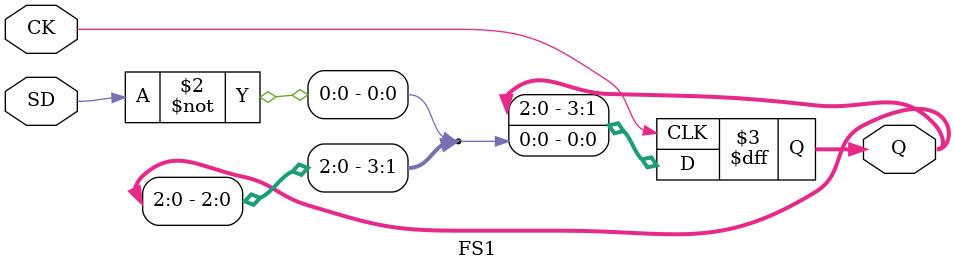
<source format=v>

`timescale 1ns/100ps

module FS1(
	input CK,
	input SD,
	output reg [3:0] Q
);

	always @(negedge CK)
		Q <= #1 {Q[2:0], ~SD};	// tmax = 7.9ns

endmodule

</source>
